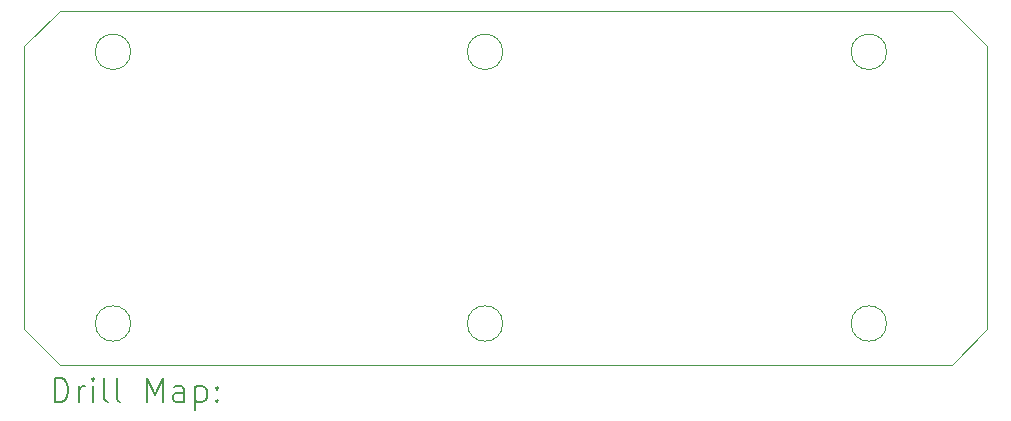
<source format=gbr>
%TF.GenerationSoftware,KiCad,Pcbnew,8.0.2*%
%TF.CreationDate,2024-12-06T15:19:02+01:00*%
%TF.ProjectId,Przetwornica_4_to_400,50727a65-7477-46f7-926e-6963615f345f,rev?*%
%TF.SameCoordinates,Original*%
%TF.FileFunction,Drillmap*%
%TF.FilePolarity,Positive*%
%FSLAX45Y45*%
G04 Gerber Fmt 4.5, Leading zero omitted, Abs format (unit mm)*
G04 Created by KiCad (PCBNEW 8.0.2) date 2024-12-06 15:19:02*
%MOMM*%
%LPD*%
G01*
G04 APERTURE LIST*
%ADD10C,0.050000*%
%ADD11C,0.200000*%
G04 APERTURE END LIST*
D10*
X9400000Y-7000000D02*
G75*
G02*
X9100000Y-7000000I-150000J0D01*
G01*
X9100000Y-7000000D02*
G75*
G02*
X9400000Y-7000000I150000J0D01*
G01*
X9400000Y-4700000D02*
G75*
G02*
X9100000Y-4700000I-150000J0D01*
G01*
X9100000Y-4700000D02*
G75*
G02*
X9400000Y-4700000I150000J0D01*
G01*
X12650000Y-7000000D02*
G75*
G02*
X12350000Y-7000000I-150000J0D01*
G01*
X12350000Y-7000000D02*
G75*
G02*
X12650000Y-7000000I150000J0D01*
G01*
X12650000Y-4700000D02*
G75*
G02*
X12350000Y-4700000I-150000J0D01*
G01*
X12350000Y-4700000D02*
G75*
G02*
X12650000Y-4700000I150000J0D01*
G01*
X6250000Y-7000000D02*
G75*
G02*
X5950000Y-7000000I-150000J0D01*
G01*
X5950000Y-7000000D02*
G75*
G02*
X6250000Y-7000000I150000J0D01*
G01*
X6250000Y-4700000D02*
G75*
G02*
X5950000Y-4700000I-150000J0D01*
G01*
X5950000Y-4700000D02*
G75*
G02*
X6250000Y-4700000I150000J0D01*
G01*
X5350000Y-4650000D02*
X5350000Y-7050000D01*
X13500000Y-4650000D02*
X13500000Y-7050000D01*
X13200000Y-7350000D02*
X5650000Y-7350000D01*
X13200000Y-4350000D02*
X5650000Y-4350000D01*
X5650000Y-7350000D02*
X5350000Y-7050000D01*
X13200000Y-7350000D02*
X13500000Y-7050000D01*
X5650000Y-4350000D02*
X5350000Y-4650000D01*
X13200000Y-4350000D02*
X13500000Y-4650000D01*
D11*
X5608277Y-7663984D02*
X5608277Y-7463984D01*
X5608277Y-7463984D02*
X5655896Y-7463984D01*
X5655896Y-7463984D02*
X5684467Y-7473508D01*
X5684467Y-7473508D02*
X5703515Y-7492555D01*
X5703515Y-7492555D02*
X5713039Y-7511603D01*
X5713039Y-7511603D02*
X5722562Y-7549698D01*
X5722562Y-7549698D02*
X5722562Y-7578269D01*
X5722562Y-7578269D02*
X5713039Y-7616365D01*
X5713039Y-7616365D02*
X5703515Y-7635412D01*
X5703515Y-7635412D02*
X5684467Y-7654460D01*
X5684467Y-7654460D02*
X5655896Y-7663984D01*
X5655896Y-7663984D02*
X5608277Y-7663984D01*
X5808277Y-7663984D02*
X5808277Y-7530650D01*
X5808277Y-7568746D02*
X5817801Y-7549698D01*
X5817801Y-7549698D02*
X5827324Y-7540174D01*
X5827324Y-7540174D02*
X5846372Y-7530650D01*
X5846372Y-7530650D02*
X5865420Y-7530650D01*
X5932086Y-7663984D02*
X5932086Y-7530650D01*
X5932086Y-7463984D02*
X5922562Y-7473508D01*
X5922562Y-7473508D02*
X5932086Y-7483031D01*
X5932086Y-7483031D02*
X5941610Y-7473508D01*
X5941610Y-7473508D02*
X5932086Y-7463984D01*
X5932086Y-7463984D02*
X5932086Y-7483031D01*
X6055896Y-7663984D02*
X6036848Y-7654460D01*
X6036848Y-7654460D02*
X6027324Y-7635412D01*
X6027324Y-7635412D02*
X6027324Y-7463984D01*
X6160658Y-7663984D02*
X6141610Y-7654460D01*
X6141610Y-7654460D02*
X6132086Y-7635412D01*
X6132086Y-7635412D02*
X6132086Y-7463984D01*
X6389229Y-7663984D02*
X6389229Y-7463984D01*
X6389229Y-7463984D02*
X6455896Y-7606841D01*
X6455896Y-7606841D02*
X6522562Y-7463984D01*
X6522562Y-7463984D02*
X6522562Y-7663984D01*
X6703515Y-7663984D02*
X6703515Y-7559222D01*
X6703515Y-7559222D02*
X6693991Y-7540174D01*
X6693991Y-7540174D02*
X6674943Y-7530650D01*
X6674943Y-7530650D02*
X6636848Y-7530650D01*
X6636848Y-7530650D02*
X6617801Y-7540174D01*
X6703515Y-7654460D02*
X6684467Y-7663984D01*
X6684467Y-7663984D02*
X6636848Y-7663984D01*
X6636848Y-7663984D02*
X6617801Y-7654460D01*
X6617801Y-7654460D02*
X6608277Y-7635412D01*
X6608277Y-7635412D02*
X6608277Y-7616365D01*
X6608277Y-7616365D02*
X6617801Y-7597317D01*
X6617801Y-7597317D02*
X6636848Y-7587793D01*
X6636848Y-7587793D02*
X6684467Y-7587793D01*
X6684467Y-7587793D02*
X6703515Y-7578269D01*
X6798753Y-7530650D02*
X6798753Y-7730650D01*
X6798753Y-7540174D02*
X6817801Y-7530650D01*
X6817801Y-7530650D02*
X6855896Y-7530650D01*
X6855896Y-7530650D02*
X6874943Y-7540174D01*
X6874943Y-7540174D02*
X6884467Y-7549698D01*
X6884467Y-7549698D02*
X6893991Y-7568746D01*
X6893991Y-7568746D02*
X6893991Y-7625888D01*
X6893991Y-7625888D02*
X6884467Y-7644936D01*
X6884467Y-7644936D02*
X6874943Y-7654460D01*
X6874943Y-7654460D02*
X6855896Y-7663984D01*
X6855896Y-7663984D02*
X6817801Y-7663984D01*
X6817801Y-7663984D02*
X6798753Y-7654460D01*
X6979705Y-7644936D02*
X6989229Y-7654460D01*
X6989229Y-7654460D02*
X6979705Y-7663984D01*
X6979705Y-7663984D02*
X6970182Y-7654460D01*
X6970182Y-7654460D02*
X6979705Y-7644936D01*
X6979705Y-7644936D02*
X6979705Y-7663984D01*
X6979705Y-7540174D02*
X6989229Y-7549698D01*
X6989229Y-7549698D02*
X6979705Y-7559222D01*
X6979705Y-7559222D02*
X6970182Y-7549698D01*
X6970182Y-7549698D02*
X6979705Y-7540174D01*
X6979705Y-7540174D02*
X6979705Y-7559222D01*
M02*

</source>
